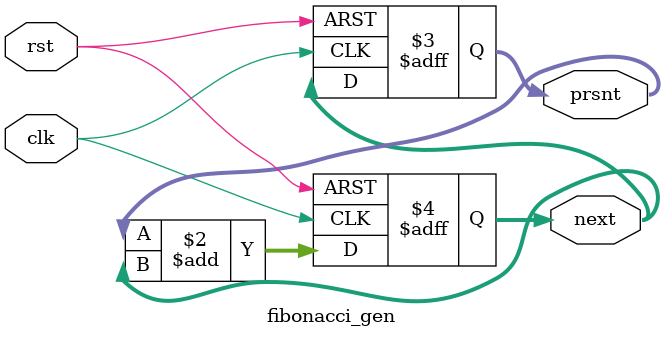
<source format=v>

module fibonacci_gen(clk,rst,prsnt,next);
	input clk,rst;
	output reg [15:0]prsnt,next;
	
	always@(posedge clk or posedge rst)
		begin
			if(rst)
				begin
					prsnt <= 0;
					next <= 1;
				end
			
			else
				begin
					{prsnt, next} <= {next, prsnt + next};
				end
		end
endmodule

</source>
